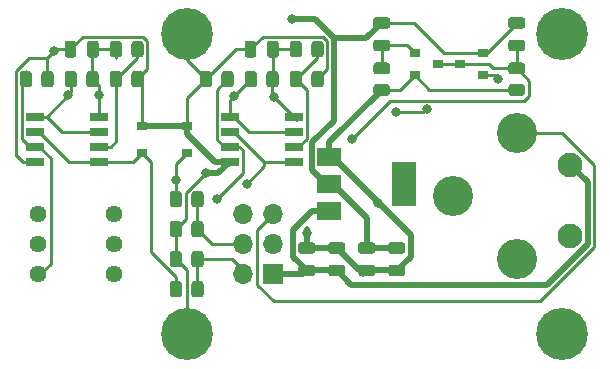
<source format=gtl>
G04 #@! TF.GenerationSoftware,KiCad,Pcbnew,(5.1.12)-1*
G04 #@! TF.CreationDate,2022-06-04T11:26:48+02:00*
G04 #@! TF.ProjectId,BSPD,42535044-2e6b-4696-9361-645f70636258,rev?*
G04 #@! TF.SameCoordinates,Original*
G04 #@! TF.FileFunction,Copper,L1,Top*
G04 #@! TF.FilePolarity,Positive*
%FSLAX46Y46*%
G04 Gerber Fmt 4.6, Leading zero omitted, Abs format (unit mm)*
G04 Created by KiCad (PCBNEW (5.1.12)-1) date 2022-06-04 11:26:48*
%MOMM*%
%LPD*%
G01*
G04 APERTURE LIST*
G04 #@! TA.AperFunction,SMDPad,CuDef*
%ADD10R,0.900000X0.800000*%
G04 #@! TD*
G04 #@! TA.AperFunction,SMDPad,CuDef*
%ADD11R,1.528000X0.650000*%
G04 #@! TD*
G04 #@! TA.AperFunction,ComponentPad*
%ADD12R,1.700000X1.700000*%
G04 #@! TD*
G04 #@! TA.AperFunction,ComponentPad*
%ADD13O,1.700000X1.700000*%
G04 #@! TD*
G04 #@! TA.AperFunction,ComponentPad*
%ADD14C,2.100000*%
G04 #@! TD*
G04 #@! TA.AperFunction,ComponentPad*
%ADD15C,3.400000*%
G04 #@! TD*
G04 #@! TA.AperFunction,SMDPad,CuDef*
%ADD16R,2.000000X3.800000*%
G04 #@! TD*
G04 #@! TA.AperFunction,SMDPad,CuDef*
%ADD17R,2.000000X1.500000*%
G04 #@! TD*
G04 #@! TA.AperFunction,ComponentPad*
%ADD18C,1.440000*%
G04 #@! TD*
G04 #@! TA.AperFunction,ComponentPad*
%ADD19C,4.400000*%
G04 #@! TD*
G04 #@! TA.AperFunction,ComponentPad*
%ADD20C,0.700000*%
G04 #@! TD*
G04 #@! TA.AperFunction,ViaPad*
%ADD21C,0.800000*%
G04 #@! TD*
G04 #@! TA.AperFunction,Conductor*
%ADD22C,0.250000*%
G04 #@! TD*
G04 #@! TA.AperFunction,Conductor*
%ADD23C,0.500000*%
G04 #@! TD*
G04 APERTURE END LIST*
G04 #@! TA.AperFunction,SMDPad,CuDef*
G36*
G01*
X102420000Y-76995000D02*
X102420000Y-77945000D01*
G75*
G02*
X102170000Y-78195000I-250000J0D01*
G01*
X101670000Y-78195000D01*
G75*
G02*
X101420000Y-77945000I0J250000D01*
G01*
X101420000Y-76995000D01*
G75*
G02*
X101670000Y-76745000I250000J0D01*
G01*
X102170000Y-76745000D01*
G75*
G02*
X102420000Y-76995000I0J-250000D01*
G01*
G37*
G04 #@! TD.AperFunction*
G04 #@! TA.AperFunction,SMDPad,CuDef*
G36*
G01*
X104320000Y-76995000D02*
X104320000Y-77945000D01*
G75*
G02*
X104070000Y-78195000I-250000J0D01*
G01*
X103570000Y-78195000D01*
G75*
G02*
X103320000Y-77945000I0J250000D01*
G01*
X103320000Y-76995000D01*
G75*
G02*
X103570000Y-76745000I250000J0D01*
G01*
X104070000Y-76745000D01*
G75*
G02*
X104320000Y-76995000I0J-250000D01*
G01*
G37*
G04 #@! TD.AperFunction*
G04 #@! TA.AperFunction,SMDPad,CuDef*
G36*
G01*
X117660000Y-76995000D02*
X117660000Y-77945000D01*
G75*
G02*
X117410000Y-78195000I-250000J0D01*
G01*
X116910000Y-78195000D01*
G75*
G02*
X116660000Y-77945000I0J250000D01*
G01*
X116660000Y-76995000D01*
G75*
G02*
X116910000Y-76745000I250000J0D01*
G01*
X117410000Y-76745000D01*
G75*
G02*
X117660000Y-76995000I0J-250000D01*
G01*
G37*
G04 #@! TD.AperFunction*
G04 #@! TA.AperFunction,SMDPad,CuDef*
G36*
G01*
X119560000Y-76995000D02*
X119560000Y-77945000D01*
G75*
G02*
X119310000Y-78195000I-250000J0D01*
G01*
X118810000Y-78195000D01*
G75*
G02*
X118560000Y-77945000I0J250000D01*
G01*
X118560000Y-76995000D01*
G75*
G02*
X118810000Y-76745000I250000J0D01*
G01*
X119310000Y-76745000D01*
G75*
G02*
X119560000Y-76995000I0J-250000D01*
G01*
G37*
G04 #@! TD.AperFunction*
G04 #@! TA.AperFunction,SMDPad,CuDef*
G36*
G01*
X122395000Y-94800000D02*
X121445000Y-94800000D01*
G75*
G02*
X121195000Y-94550000I0J250000D01*
G01*
X121195000Y-94050000D01*
G75*
G02*
X121445000Y-93800000I250000J0D01*
G01*
X122395000Y-93800000D01*
G75*
G02*
X122645000Y-94050000I0J-250000D01*
G01*
X122645000Y-94550000D01*
G75*
G02*
X122395000Y-94800000I-250000J0D01*
G01*
G37*
G04 #@! TD.AperFunction*
G04 #@! TA.AperFunction,SMDPad,CuDef*
G36*
G01*
X122395000Y-96700000D02*
X121445000Y-96700000D01*
G75*
G02*
X121195000Y-96450000I0J250000D01*
G01*
X121195000Y-95950000D01*
G75*
G02*
X121445000Y-95700000I250000J0D01*
G01*
X122395000Y-95700000D01*
G75*
G02*
X122645000Y-95950000I0J-250000D01*
G01*
X122645000Y-96450000D01*
G75*
G02*
X122395000Y-96700000I-250000J0D01*
G01*
G37*
G04 #@! TD.AperFunction*
G04 #@! TA.AperFunction,SMDPad,CuDef*
G36*
G01*
X124935000Y-96700000D02*
X123985000Y-96700000D01*
G75*
G02*
X123735000Y-96450000I0J250000D01*
G01*
X123735000Y-95950000D01*
G75*
G02*
X123985000Y-95700000I250000J0D01*
G01*
X124935000Y-95700000D01*
G75*
G02*
X125185000Y-95950000I0J-250000D01*
G01*
X125185000Y-96450000D01*
G75*
G02*
X124935000Y-96700000I-250000J0D01*
G01*
G37*
G04 #@! TD.AperFunction*
G04 #@! TA.AperFunction,SMDPad,CuDef*
G36*
G01*
X124935000Y-94800000D02*
X123985000Y-94800000D01*
G75*
G02*
X123735000Y-94550000I0J250000D01*
G01*
X123735000Y-94050000D01*
G75*
G02*
X123985000Y-93800000I250000J0D01*
G01*
X124935000Y-93800000D01*
G75*
G02*
X125185000Y-94050000I0J-250000D01*
G01*
X125185000Y-94550000D01*
G75*
G02*
X124935000Y-94800000I-250000J0D01*
G01*
G37*
G04 #@! TD.AperFunction*
G04 #@! TA.AperFunction,SMDPad,CuDef*
G36*
G01*
X129065000Y-95700000D02*
X130015000Y-95700000D01*
G75*
G02*
X130265000Y-95950000I0J-250000D01*
G01*
X130265000Y-96450000D01*
G75*
G02*
X130015000Y-96700000I-250000J0D01*
G01*
X129065000Y-96700000D01*
G75*
G02*
X128815000Y-96450000I0J250000D01*
G01*
X128815000Y-95950000D01*
G75*
G02*
X129065000Y-95700000I250000J0D01*
G01*
G37*
G04 #@! TD.AperFunction*
G04 #@! TA.AperFunction,SMDPad,CuDef*
G36*
G01*
X129065000Y-93800000D02*
X130015000Y-93800000D01*
G75*
G02*
X130265000Y-94050000I0J-250000D01*
G01*
X130265000Y-94550000D01*
G75*
G02*
X130015000Y-94800000I-250000J0D01*
G01*
X129065000Y-94800000D01*
G75*
G02*
X128815000Y-94550000I0J250000D01*
G01*
X128815000Y-94050000D01*
G75*
G02*
X129065000Y-93800000I250000J0D01*
G01*
G37*
G04 #@! TD.AperFunction*
G04 #@! TA.AperFunction,SMDPad,CuDef*
G36*
G01*
X126525000Y-93800000D02*
X127475000Y-93800000D01*
G75*
G02*
X127725000Y-94050000I0J-250000D01*
G01*
X127725000Y-94550000D01*
G75*
G02*
X127475000Y-94800000I-250000J0D01*
G01*
X126525000Y-94800000D01*
G75*
G02*
X126275000Y-94550000I0J250000D01*
G01*
X126275000Y-94050000D01*
G75*
G02*
X126525000Y-93800000I250000J0D01*
G01*
G37*
G04 #@! TD.AperFunction*
G04 #@! TA.AperFunction,SMDPad,CuDef*
G36*
G01*
X126525000Y-95700000D02*
X127475000Y-95700000D01*
G75*
G02*
X127725000Y-95950000I0J-250000D01*
G01*
X127725000Y-96450000D01*
G75*
G02*
X127475000Y-96700000I-250000J0D01*
G01*
X126525000Y-96700000D01*
G75*
G02*
X126275000Y-96450000I0J250000D01*
G01*
X126275000Y-95950000D01*
G75*
G02*
X126525000Y-95700000I250000J0D01*
G01*
G37*
G04 #@! TD.AperFunction*
G04 #@! TA.AperFunction,SMDPad,CuDef*
G36*
G01*
X139225000Y-76650000D02*
X140175000Y-76650000D01*
G75*
G02*
X140425000Y-76900000I0J-250000D01*
G01*
X140425000Y-77400000D01*
G75*
G02*
X140175000Y-77650000I-250000J0D01*
G01*
X139225000Y-77650000D01*
G75*
G02*
X138975000Y-77400000I0J250000D01*
G01*
X138975000Y-76900000D01*
G75*
G02*
X139225000Y-76650000I250000J0D01*
G01*
G37*
G04 #@! TD.AperFunction*
G04 #@! TA.AperFunction,SMDPad,CuDef*
G36*
G01*
X139225000Y-74750000D02*
X140175000Y-74750000D01*
G75*
G02*
X140425000Y-75000000I0J-250000D01*
G01*
X140425000Y-75500000D01*
G75*
G02*
X140175000Y-75750000I-250000J0D01*
G01*
X139225000Y-75750000D01*
G75*
G02*
X138975000Y-75500000I0J250000D01*
G01*
X138975000Y-75000000D01*
G75*
G02*
X139225000Y-74750000I250000J0D01*
G01*
G37*
G04 #@! TD.AperFunction*
G04 #@! TA.AperFunction,SMDPad,CuDef*
G36*
G01*
X127795000Y-74750000D02*
X128745000Y-74750000D01*
G75*
G02*
X128995000Y-75000000I0J-250000D01*
G01*
X128995000Y-75500000D01*
G75*
G02*
X128745000Y-75750000I-250000J0D01*
G01*
X127795000Y-75750000D01*
G75*
G02*
X127545000Y-75500000I0J250000D01*
G01*
X127545000Y-75000000D01*
G75*
G02*
X127795000Y-74750000I250000J0D01*
G01*
G37*
G04 #@! TD.AperFunction*
G04 #@! TA.AperFunction,SMDPad,CuDef*
G36*
G01*
X127795000Y-76650000D02*
X128745000Y-76650000D01*
G75*
G02*
X128995000Y-76900000I0J-250000D01*
G01*
X128995000Y-77400000D01*
G75*
G02*
X128745000Y-77650000I-250000J0D01*
G01*
X127795000Y-77650000D01*
G75*
G02*
X127545000Y-77400000I0J250000D01*
G01*
X127545000Y-76900000D01*
G75*
G02*
X127795000Y-76650000I250000J0D01*
G01*
G37*
G04 #@! TD.AperFunction*
D10*
X107950000Y-86240000D03*
X107950000Y-83940000D03*
X111760000Y-83940000D03*
X111760000Y-86240000D03*
D11*
X98889000Y-83185000D03*
X98889000Y-84455000D03*
X98889000Y-85725000D03*
X98889000Y-86995000D03*
X104311000Y-86995000D03*
X104311000Y-85725000D03*
X104311000Y-84455000D03*
X104311000Y-83185000D03*
X115399000Y-83185000D03*
X115399000Y-84455000D03*
X115399000Y-85725000D03*
X115399000Y-86995000D03*
X120821000Y-86995000D03*
X120821000Y-85725000D03*
X120821000Y-84455000D03*
X120821000Y-83185000D03*
D12*
X119080000Y-96520000D03*
D13*
X116540000Y-96520000D03*
X119080000Y-93980000D03*
X116540000Y-93980000D03*
X119080000Y-91440000D03*
X116540000Y-91440000D03*
D14*
X144200000Y-87250000D03*
D15*
X139700000Y-84550000D03*
X134300000Y-89900000D03*
X139700000Y-95250000D03*
D14*
X144200000Y-93250000D03*
D10*
X136890000Y-79690000D03*
X136890000Y-77790000D03*
X134890000Y-78740000D03*
X131080000Y-77790000D03*
X131080000Y-79690000D03*
X133080000Y-78740000D03*
G04 #@! TA.AperFunction,SMDPad,CuDef*
G36*
G01*
X112160000Y-95700001D02*
X112160000Y-94799999D01*
G75*
G02*
X112409999Y-94550000I249999J0D01*
G01*
X112935001Y-94550000D01*
G75*
G02*
X113185000Y-94799999I0J-249999D01*
G01*
X113185000Y-95700001D01*
G75*
G02*
X112935001Y-95950000I-249999J0D01*
G01*
X112409999Y-95950000D01*
G75*
G02*
X112160000Y-95700001I0J249999D01*
G01*
G37*
G04 #@! TD.AperFunction*
G04 #@! TA.AperFunction,SMDPad,CuDef*
G36*
G01*
X110335000Y-95700001D02*
X110335000Y-94799999D01*
G75*
G02*
X110584999Y-94550000I249999J0D01*
G01*
X111110001Y-94550000D01*
G75*
G02*
X111360000Y-94799999I0J-249999D01*
G01*
X111360000Y-95700001D01*
G75*
G02*
X111110001Y-95950000I-249999J0D01*
G01*
X110584999Y-95950000D01*
G75*
G02*
X110335000Y-95700001I0J249999D01*
G01*
G37*
G04 #@! TD.AperFunction*
G04 #@! TA.AperFunction,SMDPad,CuDef*
G36*
G01*
X110335000Y-93160001D02*
X110335000Y-92259999D01*
G75*
G02*
X110584999Y-92010000I249999J0D01*
G01*
X111110001Y-92010000D01*
G75*
G02*
X111360000Y-92259999I0J-249999D01*
G01*
X111360000Y-93160001D01*
G75*
G02*
X111110001Y-93410000I-249999J0D01*
G01*
X110584999Y-93410000D01*
G75*
G02*
X110335000Y-93160001I0J249999D01*
G01*
G37*
G04 #@! TD.AperFunction*
G04 #@! TA.AperFunction,SMDPad,CuDef*
G36*
G01*
X112160000Y-93160001D02*
X112160000Y-92259999D01*
G75*
G02*
X112409999Y-92010000I249999J0D01*
G01*
X112935001Y-92010000D01*
G75*
G02*
X113185000Y-92259999I0J-249999D01*
G01*
X113185000Y-93160001D01*
G75*
G02*
X112935001Y-93410000I-249999J0D01*
G01*
X112409999Y-93410000D01*
G75*
G02*
X112160000Y-93160001I0J249999D01*
G01*
G37*
G04 #@! TD.AperFunction*
G04 #@! TA.AperFunction,SMDPad,CuDef*
G36*
G01*
X110335000Y-98240001D02*
X110335000Y-97339999D01*
G75*
G02*
X110584999Y-97090000I249999J0D01*
G01*
X111110001Y-97090000D01*
G75*
G02*
X111360000Y-97339999I0J-249999D01*
G01*
X111360000Y-98240001D01*
G75*
G02*
X111110001Y-98490000I-249999J0D01*
G01*
X110584999Y-98490000D01*
G75*
G02*
X110335000Y-98240001I0J249999D01*
G01*
G37*
G04 #@! TD.AperFunction*
G04 #@! TA.AperFunction,SMDPad,CuDef*
G36*
G01*
X112160000Y-98240001D02*
X112160000Y-97339999D01*
G75*
G02*
X112409999Y-97090000I249999J0D01*
G01*
X112935001Y-97090000D01*
G75*
G02*
X113185000Y-97339999I0J-249999D01*
G01*
X113185000Y-98240001D01*
G75*
G02*
X112935001Y-98490000I-249999J0D01*
G01*
X112409999Y-98490000D01*
G75*
G02*
X112160000Y-98240001I0J249999D01*
G01*
G37*
G04 #@! TD.AperFunction*
G04 #@! TA.AperFunction,SMDPad,CuDef*
G36*
G01*
X112160000Y-90620001D02*
X112160000Y-89719999D01*
G75*
G02*
X112409999Y-89470000I249999J0D01*
G01*
X112935001Y-89470000D01*
G75*
G02*
X113185000Y-89719999I0J-249999D01*
G01*
X113185000Y-90620001D01*
G75*
G02*
X112935001Y-90870000I-249999J0D01*
G01*
X112409999Y-90870000D01*
G75*
G02*
X112160000Y-90620001I0J249999D01*
G01*
G37*
G04 #@! TD.AperFunction*
G04 #@! TA.AperFunction,SMDPad,CuDef*
G36*
G01*
X110335000Y-90620001D02*
X110335000Y-89719999D01*
G75*
G02*
X110584999Y-89470000I249999J0D01*
G01*
X111110001Y-89470000D01*
G75*
G02*
X111360000Y-89719999I0J-249999D01*
G01*
X111360000Y-90620001D01*
G75*
G02*
X111110001Y-90870000I-249999J0D01*
G01*
X110584999Y-90870000D01*
G75*
G02*
X110335000Y-90620001I0J249999D01*
G01*
G37*
G04 #@! TD.AperFunction*
G04 #@! TA.AperFunction,SMDPad,CuDef*
G36*
G01*
X100485000Y-79559999D02*
X100485000Y-80460001D01*
G75*
G02*
X100235001Y-80710000I-249999J0D01*
G01*
X99709999Y-80710000D01*
G75*
G02*
X99460000Y-80460001I0J249999D01*
G01*
X99460000Y-79559999D01*
G75*
G02*
X99709999Y-79310000I249999J0D01*
G01*
X100235001Y-79310000D01*
G75*
G02*
X100485000Y-79559999I0J-249999D01*
G01*
G37*
G04 #@! TD.AperFunction*
G04 #@! TA.AperFunction,SMDPad,CuDef*
G36*
G01*
X98660000Y-79559999D02*
X98660000Y-80460001D01*
G75*
G02*
X98410001Y-80710000I-249999J0D01*
G01*
X97884999Y-80710000D01*
G75*
G02*
X97635000Y-80460001I0J249999D01*
G01*
X97635000Y-79559999D01*
G75*
G02*
X97884999Y-79310000I249999J0D01*
G01*
X98410001Y-79310000D01*
G75*
G02*
X98660000Y-79559999I0J-249999D01*
G01*
G37*
G04 #@! TD.AperFunction*
G04 #@! TA.AperFunction,SMDPad,CuDef*
G36*
G01*
X112875000Y-80460001D02*
X112875000Y-79559999D01*
G75*
G02*
X113124999Y-79310000I249999J0D01*
G01*
X113650001Y-79310000D01*
G75*
G02*
X113900000Y-79559999I0J-249999D01*
G01*
X113900000Y-80460001D01*
G75*
G02*
X113650001Y-80710000I-249999J0D01*
G01*
X113124999Y-80710000D01*
G75*
G02*
X112875000Y-80460001I0J249999D01*
G01*
G37*
G04 #@! TD.AperFunction*
G04 #@! TA.AperFunction,SMDPad,CuDef*
G36*
G01*
X114700000Y-80460001D02*
X114700000Y-79559999D01*
G75*
G02*
X114949999Y-79310000I249999J0D01*
G01*
X115475001Y-79310000D01*
G75*
G02*
X115725000Y-79559999I0J-249999D01*
G01*
X115725000Y-80460001D01*
G75*
G02*
X115475001Y-80710000I-249999J0D01*
G01*
X114949999Y-80710000D01*
G75*
G02*
X114700000Y-80460001I0J249999D01*
G01*
G37*
G04 #@! TD.AperFunction*
G04 #@! TA.AperFunction,SMDPad,CuDef*
G36*
G01*
X101445000Y-80460001D02*
X101445000Y-79559999D01*
G75*
G02*
X101694999Y-79310000I249999J0D01*
G01*
X102220001Y-79310000D01*
G75*
G02*
X102470000Y-79559999I0J-249999D01*
G01*
X102470000Y-80460001D01*
G75*
G02*
X102220001Y-80710000I-249999J0D01*
G01*
X101694999Y-80710000D01*
G75*
G02*
X101445000Y-80460001I0J249999D01*
G01*
G37*
G04 #@! TD.AperFunction*
G04 #@! TA.AperFunction,SMDPad,CuDef*
G36*
G01*
X103270000Y-80460001D02*
X103270000Y-79559999D01*
G75*
G02*
X103519999Y-79310000I249999J0D01*
G01*
X104045001Y-79310000D01*
G75*
G02*
X104295000Y-79559999I0J-249999D01*
G01*
X104295000Y-80460001D01*
G75*
G02*
X104045001Y-80710000I-249999J0D01*
G01*
X103519999Y-80710000D01*
G75*
G02*
X103270000Y-80460001I0J249999D01*
G01*
G37*
G04 #@! TD.AperFunction*
G04 #@! TA.AperFunction,SMDPad,CuDef*
G36*
G01*
X116685000Y-80460001D02*
X116685000Y-79559999D01*
G75*
G02*
X116934999Y-79310000I249999J0D01*
G01*
X117460001Y-79310000D01*
G75*
G02*
X117710000Y-79559999I0J-249999D01*
G01*
X117710000Y-80460001D01*
G75*
G02*
X117460001Y-80710000I-249999J0D01*
G01*
X116934999Y-80710000D01*
G75*
G02*
X116685000Y-80460001I0J249999D01*
G01*
G37*
G04 #@! TD.AperFunction*
G04 #@! TA.AperFunction,SMDPad,CuDef*
G36*
G01*
X118510000Y-80460001D02*
X118510000Y-79559999D01*
G75*
G02*
X118759999Y-79310000I249999J0D01*
G01*
X119285001Y-79310000D01*
G75*
G02*
X119535000Y-79559999I0J-249999D01*
G01*
X119535000Y-80460001D01*
G75*
G02*
X119285001Y-80710000I-249999J0D01*
G01*
X118759999Y-80710000D01*
G75*
G02*
X118510000Y-80460001I0J249999D01*
G01*
G37*
G04 #@! TD.AperFunction*
G04 #@! TA.AperFunction,SMDPad,CuDef*
G36*
G01*
X108105000Y-77019999D02*
X108105000Y-77920001D01*
G75*
G02*
X107855001Y-78170000I-249999J0D01*
G01*
X107329999Y-78170000D01*
G75*
G02*
X107080000Y-77920001I0J249999D01*
G01*
X107080000Y-77019999D01*
G75*
G02*
X107329999Y-76770000I249999J0D01*
G01*
X107855001Y-76770000D01*
G75*
G02*
X108105000Y-77019999I0J-249999D01*
G01*
G37*
G04 #@! TD.AperFunction*
G04 #@! TA.AperFunction,SMDPad,CuDef*
G36*
G01*
X106280000Y-77019999D02*
X106280000Y-77920001D01*
G75*
G02*
X106030001Y-78170000I-249999J0D01*
G01*
X105504999Y-78170000D01*
G75*
G02*
X105255000Y-77920001I0J249999D01*
G01*
X105255000Y-77019999D01*
G75*
G02*
X105504999Y-76770000I249999J0D01*
G01*
X106030001Y-76770000D01*
G75*
G02*
X106280000Y-77019999I0J-249999D01*
G01*
G37*
G04 #@! TD.AperFunction*
G04 #@! TA.AperFunction,SMDPad,CuDef*
G36*
G01*
X106280000Y-79559999D02*
X106280000Y-80460001D01*
G75*
G02*
X106030001Y-80710000I-249999J0D01*
G01*
X105504999Y-80710000D01*
G75*
G02*
X105255000Y-80460001I0J249999D01*
G01*
X105255000Y-79559999D01*
G75*
G02*
X105504999Y-79310000I249999J0D01*
G01*
X106030001Y-79310000D01*
G75*
G02*
X106280000Y-79559999I0J-249999D01*
G01*
G37*
G04 #@! TD.AperFunction*
G04 #@! TA.AperFunction,SMDPad,CuDef*
G36*
G01*
X108105000Y-79559999D02*
X108105000Y-80460001D01*
G75*
G02*
X107855001Y-80710000I-249999J0D01*
G01*
X107329999Y-80710000D01*
G75*
G02*
X107080000Y-80460001I0J249999D01*
G01*
X107080000Y-79559999D01*
G75*
G02*
X107329999Y-79310000I249999J0D01*
G01*
X107855001Y-79310000D01*
G75*
G02*
X108105000Y-79559999I0J-249999D01*
G01*
G37*
G04 #@! TD.AperFunction*
G04 #@! TA.AperFunction,SMDPad,CuDef*
G36*
G01*
X123345000Y-77019999D02*
X123345000Y-77920001D01*
G75*
G02*
X123095001Y-78170000I-249999J0D01*
G01*
X122569999Y-78170000D01*
G75*
G02*
X122320000Y-77920001I0J249999D01*
G01*
X122320000Y-77019999D01*
G75*
G02*
X122569999Y-76770000I249999J0D01*
G01*
X123095001Y-76770000D01*
G75*
G02*
X123345000Y-77019999I0J-249999D01*
G01*
G37*
G04 #@! TD.AperFunction*
G04 #@! TA.AperFunction,SMDPad,CuDef*
G36*
G01*
X121520000Y-77019999D02*
X121520000Y-77920001D01*
G75*
G02*
X121270001Y-78170000I-249999J0D01*
G01*
X120744999Y-78170000D01*
G75*
G02*
X120495000Y-77920001I0J249999D01*
G01*
X120495000Y-77019999D01*
G75*
G02*
X120744999Y-76770000I249999J0D01*
G01*
X121270001Y-76770000D01*
G75*
G02*
X121520000Y-77019999I0J-249999D01*
G01*
G37*
G04 #@! TD.AperFunction*
G04 #@! TA.AperFunction,SMDPad,CuDef*
G36*
G01*
X121520000Y-79559999D02*
X121520000Y-80460001D01*
G75*
G02*
X121270001Y-80710000I-249999J0D01*
G01*
X120744999Y-80710000D01*
G75*
G02*
X120495000Y-80460001I0J249999D01*
G01*
X120495000Y-79559999D01*
G75*
G02*
X120744999Y-79310000I249999J0D01*
G01*
X121270001Y-79310000D01*
G75*
G02*
X121520000Y-79559999I0J-249999D01*
G01*
G37*
G04 #@! TD.AperFunction*
G04 #@! TA.AperFunction,SMDPad,CuDef*
G36*
G01*
X123345000Y-79559999D02*
X123345000Y-80460001D01*
G75*
G02*
X123095001Y-80710000I-249999J0D01*
G01*
X122569999Y-80710000D01*
G75*
G02*
X122320000Y-80460001I0J249999D01*
G01*
X122320000Y-79559999D01*
G75*
G02*
X122569999Y-79310000I249999J0D01*
G01*
X123095001Y-79310000D01*
G75*
G02*
X123345000Y-79559999I0J-249999D01*
G01*
G37*
G04 #@! TD.AperFunction*
G04 #@! TA.AperFunction,SMDPad,CuDef*
G36*
G01*
X139249999Y-80410000D02*
X140150001Y-80410000D01*
G75*
G02*
X140400000Y-80659999I0J-249999D01*
G01*
X140400000Y-81185001D01*
G75*
G02*
X140150001Y-81435000I-249999J0D01*
G01*
X139249999Y-81435000D01*
G75*
G02*
X139000000Y-81185001I0J249999D01*
G01*
X139000000Y-80659999D01*
G75*
G02*
X139249999Y-80410000I249999J0D01*
G01*
G37*
G04 #@! TD.AperFunction*
G04 #@! TA.AperFunction,SMDPad,CuDef*
G36*
G01*
X139249999Y-78585000D02*
X140150001Y-78585000D01*
G75*
G02*
X140400000Y-78834999I0J-249999D01*
G01*
X140400000Y-79360001D01*
G75*
G02*
X140150001Y-79610000I-249999J0D01*
G01*
X139249999Y-79610000D01*
G75*
G02*
X139000000Y-79360001I0J249999D01*
G01*
X139000000Y-78834999D01*
G75*
G02*
X139249999Y-78585000I249999J0D01*
G01*
G37*
G04 #@! TD.AperFunction*
G04 #@! TA.AperFunction,SMDPad,CuDef*
G36*
G01*
X127819999Y-80410000D02*
X128720001Y-80410000D01*
G75*
G02*
X128970000Y-80659999I0J-249999D01*
G01*
X128970000Y-81185001D01*
G75*
G02*
X128720001Y-81435000I-249999J0D01*
G01*
X127819999Y-81435000D01*
G75*
G02*
X127570000Y-81185001I0J249999D01*
G01*
X127570000Y-80659999D01*
G75*
G02*
X127819999Y-80410000I249999J0D01*
G01*
G37*
G04 #@! TD.AperFunction*
G04 #@! TA.AperFunction,SMDPad,CuDef*
G36*
G01*
X127819999Y-78585000D02*
X128720001Y-78585000D01*
G75*
G02*
X128970000Y-78834999I0J-249999D01*
G01*
X128970000Y-79360001D01*
G75*
G02*
X128720001Y-79610000I-249999J0D01*
G01*
X127819999Y-79610000D01*
G75*
G02*
X127570000Y-79360001I0J249999D01*
G01*
X127570000Y-78834999D01*
G75*
G02*
X127819999Y-78585000I249999J0D01*
G01*
G37*
G04 #@! TD.AperFunction*
D16*
X130150000Y-88900000D03*
D17*
X123850000Y-88900000D03*
X123850000Y-91200000D03*
X123850000Y-86600000D03*
D18*
X99205001Y-96530001D03*
X99205001Y-93990001D03*
X99205001Y-91450001D03*
X105575001Y-91450001D03*
X105575001Y-93990001D03*
X105575001Y-96530001D03*
D19*
X111760000Y-76200000D03*
D20*
X113410000Y-76200000D03*
X112926726Y-77366726D03*
X111760000Y-77850000D03*
X110593274Y-77366726D03*
X110110000Y-76200000D03*
X110593274Y-75033274D03*
X111760000Y-74550000D03*
X112926726Y-75033274D03*
X144676726Y-75033274D03*
X143510000Y-74550000D03*
X142343274Y-75033274D03*
X141860000Y-76200000D03*
X142343274Y-77366726D03*
X143510000Y-77850000D03*
X144676726Y-77366726D03*
X145160000Y-76200000D03*
D19*
X143510000Y-76200000D03*
X143510000Y-101600000D03*
D20*
X145160000Y-101600000D03*
X144676726Y-102766726D03*
X143510000Y-103250000D03*
X142343274Y-102766726D03*
X141860000Y-101600000D03*
X142343274Y-100433274D03*
X143510000Y-99950000D03*
X144676726Y-100433274D03*
X112926726Y-100433274D03*
X111760000Y-99950000D03*
X110593274Y-100433274D03*
X110110000Y-101600000D03*
X110593274Y-102766726D03*
X111760000Y-103250000D03*
X112926726Y-102766726D03*
X113410000Y-101600000D03*
D19*
X111760000Y-101600000D03*
D21*
X121920000Y-93010000D03*
X127950000Y-90490000D03*
X113358405Y-87958405D03*
X100508750Y-77648750D03*
X120650000Y-74930000D03*
X119148000Y-81512000D03*
X104311000Y-81309000D03*
X129440000Y-82820000D03*
X132080000Y-82550000D03*
X125730000Y-85090000D03*
X116840000Y-88900000D03*
X110847500Y-88542500D03*
X101704000Y-81384000D03*
X115748750Y-81458750D03*
X114300000Y-90170000D03*
X138160000Y-80010000D03*
D22*
X110847500Y-95250000D02*
X110847500Y-92710000D01*
X110847500Y-92710000D02*
X111685010Y-91872490D01*
X97875000Y-86995000D02*
X97611171Y-86731171D01*
X107592500Y-80010000D02*
X107592500Y-80367500D01*
X107950000Y-80367500D02*
X107592500Y-80010000D01*
X107950000Y-83940000D02*
X107950000Y-80367500D01*
X102970010Y-76419990D02*
X101920000Y-77470000D01*
X108068180Y-76419990D02*
X102970010Y-76419990D01*
X108430010Y-76781820D02*
X108068180Y-76419990D01*
X107592500Y-80010000D02*
X108430010Y-79172490D01*
X97349989Y-86469989D02*
X97875000Y-86995000D01*
X100687500Y-77470000D02*
X101920000Y-77470000D01*
X111760000Y-81637500D02*
X113387500Y-80010000D01*
X111760000Y-83940000D02*
X111760000Y-81637500D01*
X111760000Y-84370000D02*
X111760000Y-83940000D01*
X115927500Y-77470000D02*
X117160000Y-77470000D01*
X113387500Y-80010000D02*
X115927500Y-77470000D01*
X123670010Y-79172490D02*
X122832500Y-80010000D01*
X123670010Y-76781820D02*
X123670010Y-79172490D01*
X123308180Y-76419990D02*
X123670010Y-76781820D01*
X117160000Y-77470000D02*
X118210010Y-76419990D01*
X118210010Y-76419990D02*
X123308180Y-76419990D01*
X99972500Y-78185000D02*
X100508750Y-77648750D01*
X99972500Y-80010000D02*
X99972500Y-78185000D01*
X97875000Y-86995000D02*
X98889000Y-86995000D01*
X97309990Y-86429990D02*
X97875000Y-86995000D01*
X97309990Y-79321820D02*
X97309990Y-86429990D01*
X98446810Y-78185000D02*
X97309990Y-79321820D01*
X99972500Y-78185000D02*
X98446810Y-78185000D01*
X139342500Y-81280000D02*
X139700000Y-80922500D01*
X111685010Y-89631800D02*
X113358405Y-87958405D01*
X111685010Y-91872490D02*
X111685010Y-89631800D01*
D23*
X126680000Y-96520000D02*
X127000000Y-96200000D01*
X127000000Y-96200000D02*
X129540000Y-96200000D01*
X126360000Y-96200000D02*
X124460000Y-94300000D01*
X127000000Y-96200000D02*
X126360000Y-96200000D01*
X124460000Y-94300000D02*
X121920000Y-94300000D01*
X124110002Y-86600000D02*
X123850000Y-86600000D01*
X130715010Y-93205008D02*
X124110002Y-86600000D01*
X130715010Y-95024990D02*
X130715010Y-93205008D01*
X129540000Y-96200000D02*
X130715010Y-95024990D01*
X123850000Y-85342500D02*
X128270000Y-80922500D01*
X123850000Y-86600000D02*
X123850000Y-85342500D01*
D22*
X129847500Y-80922500D02*
X131080000Y-79690000D01*
X128270000Y-80922500D02*
X129847500Y-80922500D01*
X139700000Y-80922500D02*
X139700000Y-81280000D01*
D23*
X121920000Y-94300000D02*
X121920000Y-92710000D01*
D22*
X132312500Y-80922500D02*
X131080000Y-79690000D01*
X139700000Y-80922500D02*
X132312500Y-80922500D01*
X100508750Y-77648750D02*
X100687500Y-77470000D01*
D23*
X114435595Y-87958405D02*
X115399000Y-86995000D01*
X113358405Y-87958405D02*
X114435595Y-87958405D01*
X111760000Y-84620000D02*
X111760000Y-83940000D01*
X114135000Y-86995000D02*
X111760000Y-84620000D01*
X115399000Y-86995000D02*
X114135000Y-86995000D01*
X111760000Y-83940000D02*
X107950000Y-83940000D01*
D22*
X111760000Y-96162500D02*
X110847500Y-95250000D01*
X111760000Y-101600000D02*
X111760000Y-96162500D01*
X108430010Y-79172490D02*
X108430010Y-76781820D01*
X111760000Y-78382500D02*
X113387500Y-80010000D01*
X111760000Y-76200000D02*
X111760000Y-78382500D01*
X121130010Y-83494010D02*
X120821000Y-83185000D01*
X120416998Y-83185000D02*
X120821000Y-83185000D01*
X105767500Y-77470000D02*
X105767500Y-78185000D01*
X104311000Y-80538500D02*
X103782500Y-80010000D01*
X104311000Y-83185000D02*
X104311000Y-81109000D01*
X103782500Y-77507500D02*
X103820000Y-77470000D01*
X103820000Y-77470000D02*
X105767500Y-77470000D01*
X103782500Y-80010000D02*
X103782500Y-77507500D01*
X121007500Y-77470000D02*
X119060000Y-77470000D01*
X119060000Y-79972500D02*
X119022500Y-80010000D01*
X119060000Y-77470000D02*
X119060000Y-79972500D01*
X119022500Y-81386500D02*
X119148000Y-81512000D01*
X119022500Y-80010000D02*
X119022500Y-81386500D01*
D23*
X124245020Y-76543644D02*
X122631376Y-74930000D01*
X124245020Y-79167022D02*
X124245020Y-76543644D01*
X122631376Y-74930000D02*
X120650000Y-74930000D01*
D22*
X119148000Y-81512000D02*
X120821000Y-83185000D01*
X104311000Y-81109000D02*
X104311000Y-80538500D01*
X133565002Y-77790000D02*
X136890000Y-77790000D01*
X131025002Y-75250000D02*
X133565002Y-77790000D01*
X128270000Y-75250000D02*
X131025002Y-75250000D01*
X137160000Y-77790000D02*
X139700000Y-75250000D01*
X136890000Y-77790000D02*
X137160000Y-77790000D01*
D23*
X129540000Y-94300000D02*
X127000000Y-94300000D01*
X124110002Y-88900000D02*
X123850000Y-88900000D01*
X127000000Y-91789998D02*
X124110002Y-88900000D01*
X127000000Y-94300000D02*
X127000000Y-91789998D01*
X122399999Y-85363189D02*
X124245020Y-83518168D01*
X122399999Y-87710001D02*
X122399999Y-85363189D01*
X123589998Y-88900000D02*
X122399999Y-87710001D01*
X124245020Y-83518168D02*
X124245020Y-76543644D01*
X123850000Y-88900000D02*
X123589998Y-88900000D01*
X126976356Y-76543644D02*
X128270000Y-75250000D01*
X124245020Y-76543644D02*
X126976356Y-76543644D01*
X121600000Y-96520000D02*
X121920000Y-96200000D01*
X119080000Y-96520000D02*
X121600000Y-96520000D01*
X121920000Y-96200000D02*
X124460000Y-96200000D01*
X123305034Y-91200000D02*
X123850000Y-91200000D01*
X120744990Y-95024990D02*
X121920000Y-96200000D01*
X120744990Y-92805010D02*
X120744990Y-95024990D01*
X122350000Y-91200000D02*
X120744990Y-92805010D01*
X123850000Y-91200000D02*
X122350000Y-91200000D01*
X145700001Y-88750001D02*
X144200000Y-87250000D01*
X145700001Y-93970001D02*
X145700001Y-88750001D01*
X142270001Y-97400001D02*
X145700001Y-93970001D01*
X125660001Y-97400001D02*
X142270001Y-97400001D01*
X124460000Y-96200000D02*
X125660001Y-97400001D01*
D22*
X129440000Y-82820000D02*
X131810000Y-82820000D01*
X131810000Y-82820000D02*
X132080000Y-82550000D01*
X132080000Y-82550000D02*
X132080000Y-82550000D01*
X139700000Y-79097500D02*
X139700000Y-77150000D01*
X133080000Y-78740000D02*
X134890000Y-78740000D01*
X137732502Y-79097500D02*
X139700000Y-79097500D01*
X137375002Y-78740000D02*
X137732502Y-79097500D01*
X134890000Y-78740000D02*
X137375002Y-78740000D01*
X140323191Y-81824999D02*
X128995001Y-81824999D01*
X140725010Y-81423180D02*
X140323191Y-81824999D01*
X140725010Y-80122510D02*
X140725010Y-81423180D01*
X139700000Y-79097500D02*
X140725010Y-80122510D01*
X128995001Y-81824999D02*
X125730000Y-85090000D01*
X125730000Y-85090000D02*
X125730000Y-85090000D01*
X130440000Y-77150000D02*
X131080000Y-77790000D01*
X128270000Y-77150000D02*
X130440000Y-77150000D01*
X128270000Y-79097500D02*
X128270000Y-77150000D01*
X108739990Y-87029990D02*
X107950000Y-86240000D01*
X107195000Y-86995000D02*
X104311000Y-86995000D01*
X107950000Y-86240000D02*
X107195000Y-86995000D01*
X99293002Y-84455000D02*
X98889000Y-84455000D01*
X101833002Y-86995000D02*
X99293002Y-84455000D01*
X104311000Y-86995000D02*
X101833002Y-86995000D01*
X110847500Y-96775690D02*
X110847500Y-97790000D01*
X108739990Y-94668180D02*
X110847500Y-96775690D01*
X108739990Y-87029990D02*
X108739990Y-94668180D01*
X110847500Y-87152500D02*
X111760000Y-86240000D01*
X110847500Y-90170000D02*
X110847500Y-88542500D01*
X115803002Y-84455000D02*
X115399000Y-84455000D01*
X118343002Y-86995000D02*
X115803002Y-84455000D01*
X120821000Y-86995000D02*
X118343002Y-86995000D01*
X118343002Y-87396998D02*
X116840000Y-88900000D01*
X118343002Y-86995000D02*
X118343002Y-87396998D01*
X110847500Y-88542500D02*
X110847500Y-87152500D01*
X99293002Y-83185000D02*
X98889000Y-83185000D01*
X103906998Y-84455000D02*
X104311000Y-84455000D01*
X101173000Y-84455000D02*
X104311000Y-84455000D01*
X99903000Y-83185000D02*
X101173000Y-84455000D01*
X98889000Y-83185000D02*
X99903000Y-83185000D01*
X101957500Y-81130500D02*
X101704000Y-81384000D01*
X101957500Y-80010000D02*
X101957500Y-81130500D01*
X101704000Y-81384000D02*
X99903000Y-83185000D01*
X115399000Y-81808500D02*
X115748750Y-81458750D01*
X115399000Y-83185000D02*
X115399000Y-81808500D01*
X115748750Y-81458750D02*
X117197500Y-80010000D01*
X115803002Y-83185000D02*
X115399000Y-83185000D01*
X117073002Y-84455000D02*
X115803002Y-83185000D01*
X120821000Y-84455000D02*
X117073002Y-84455000D01*
X98147500Y-80010000D02*
X98147500Y-79295000D01*
X97799999Y-80357501D02*
X98147500Y-80010000D01*
X97799999Y-85040001D02*
X97799999Y-80357501D01*
X98484998Y-85725000D02*
X97799999Y-85040001D01*
X98889000Y-85725000D02*
X98484998Y-85725000D01*
X99293002Y-85725000D02*
X98889000Y-85725000D01*
X100250002Y-86682000D02*
X99293002Y-85725000D01*
X100250002Y-95635000D02*
X100250002Y-86682000D01*
X99205001Y-96680001D02*
X100250002Y-95635000D01*
X104750000Y-85725000D02*
X104311000Y-85725000D01*
X107592500Y-78185000D02*
X105767500Y-80010000D01*
X107592500Y-77470000D02*
X107592500Y-78185000D01*
X105325000Y-85725000D02*
X104311000Y-85725000D01*
X105767500Y-85282500D02*
X105325000Y-85725000D01*
X105767500Y-80010000D02*
X105767500Y-85282500D01*
X115399000Y-85725000D02*
X114935000Y-85725000D01*
X114309999Y-80912501D02*
X115212500Y-80010000D01*
X114309999Y-85099999D02*
X114309999Y-80912501D01*
X114935000Y-85725000D02*
X114309999Y-85099999D01*
X115399000Y-85725000D02*
X116205000Y-85725000D01*
X116488001Y-87981999D02*
X114300000Y-90170000D01*
X116488001Y-86008001D02*
X116488001Y-87981999D01*
X116205000Y-85725000D02*
X116488001Y-86008001D01*
X122832500Y-78185000D02*
X121007500Y-80010000D01*
X122832500Y-77470000D02*
X122832500Y-78185000D01*
X121225002Y-85725000D02*
X120821000Y-85725000D01*
X121910001Y-85040001D02*
X121225002Y-85725000D01*
X121910001Y-80912501D02*
X121910001Y-85040001D01*
X121007500Y-80010000D02*
X121910001Y-80912501D01*
X117715001Y-92804999D02*
X119080000Y-91440000D01*
X117715001Y-97395001D02*
X117715001Y-92804999D01*
X119135010Y-98815010D02*
X117715001Y-97395001D01*
X141668178Y-98815010D02*
X119135010Y-98815010D01*
X143535002Y-84550000D02*
X146275011Y-87290009D01*
X146275011Y-94208177D02*
X141668178Y-98815010D01*
X146275011Y-87290009D02*
X146275011Y-94208177D01*
X139700000Y-84550000D02*
X143535002Y-84550000D01*
X137840000Y-79690000D02*
X138160000Y-80010000D01*
X136890000Y-79690000D02*
X137840000Y-79690000D01*
X113030000Y-95250000D02*
X112672500Y-95250000D01*
X112672500Y-97790000D02*
X112672500Y-95250000D01*
X115570000Y-95250000D02*
X116840000Y-96520000D01*
X112672500Y-95250000D02*
X115570000Y-95250000D01*
X112672500Y-90170000D02*
X112672500Y-92710000D01*
X113942500Y-93980000D02*
X112672500Y-92710000D01*
X116840000Y-93980000D02*
X113942500Y-93980000D01*
M02*

</source>
